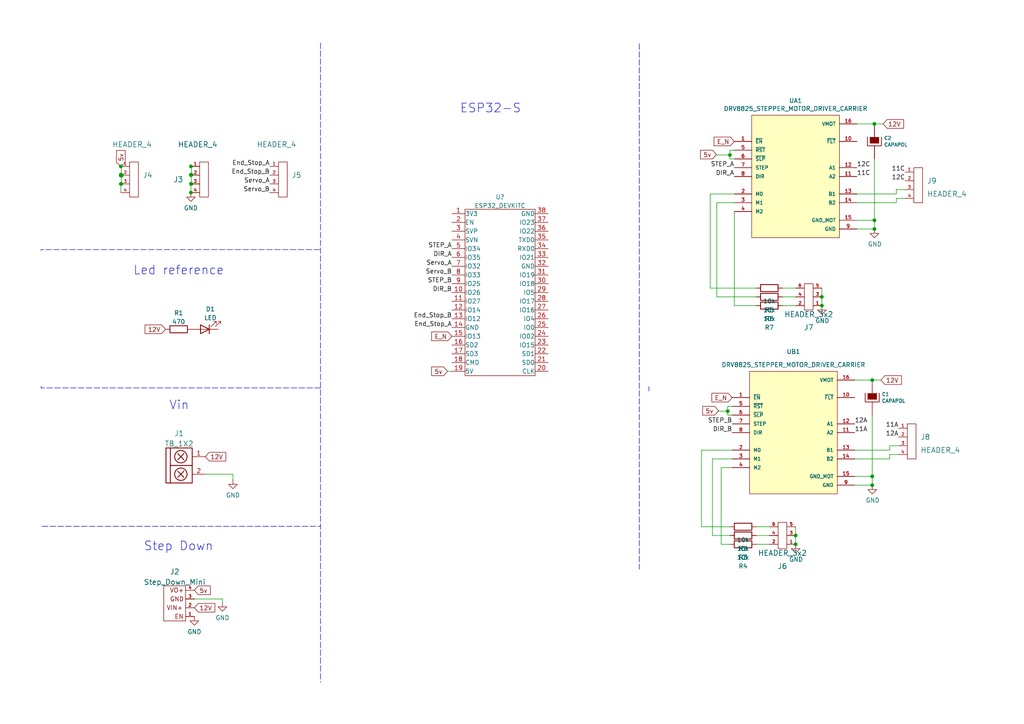
<source format=kicad_sch>
(kicad_sch (version 20211123) (generator eeschema)
  (paper "A4")
  (lib_symbols
    (symbol "DRV8825_STEPPER_MOTOR_DRIVER_CARRIER:DRV8825_STEPPER_MOTOR_DRIVER_CARRIER" (pin_names (offset 1.016))
      (property "Reference" "U" (at -12.7 18.542 0))
      (property "Value" "DRV8825_STEPPER_MOTOR_DRIVER_CARRIER" (at -12.7 -20.32 0))
      (symbol "DRV8825_STEPPER_MOTOR_DRIVER_CARRIER_0_0"
        (rectangle (start -12.7 -17.78) (end 12.7 17.78) (stroke (width 0.1524)) (fill (type background)))
        (pin input line (at -17.78 10.16 0) (length 5.08) (name "~{EN}") (number "1"))
        (pin output line (at 17.78 10.16 180) (length 5.08) (name "~{FLT}") (number "10"))
        (pin output line (at 17.78 0 180) (length 5.08) (name "A2") (number "11"))
        (pin output line (at 17.78 2.54 180) (length 5.08) (name "A1") (number "12"))
        (pin output line (at 17.78 -5.08 180) (length 5.08) (name "B1") (number "13"))
        (pin output line (at 17.78 -7.62 180) (length 5.08) (name "B2") (number "14"))
        (pin power_in line (at 17.78 -12.7 180) (length 5.08) (name "GND_MOT") (number "15"))
        (pin power_in line (at 17.78 15.24 180) (length 5.08) (name "VMOT") (number "16"))
        (pin input line (at -17.78 -5.08 0) (length 5.08) (name "M0") (number "2"))
        (pin input line (at -17.78 -7.62 0) (length 5.08) (name "M1") (number "3"))
        (pin input line (at -17.78 -10.16 0) (length 5.08) (name "M2") (number "4"))
        (pin input line (at -17.78 7.62 0) (length 5.08) (name "~{RST}") (number "5"))
        (pin input line (at -17.78 5.08 0) (length 5.08) (name "~{SLP}") (number "6"))
        (pin input line (at -17.78 2.54 0) (length 5.08) (name "STEP") (number "7"))
        (pin input line (at -17.78 0 0) (length 5.08) (name "DIR") (number "8"))
        (pin power_in line (at 17.78 -15.24 180) (length 5.08) (name "GND") (number "9"))
      )
    )
    (symbol "Device:LED" (pin_numbers hide) (pin_names (offset 1.016) hide)
      (property "Reference" "D" (at 0 2.54 0))
      (property "Value" "LED" (at 0 -2.54 0))
      (symbol "LED_0_1"
        (polyline (pts (xy -1.27 -1.27) (xy -1.27 1.27)) (stroke (width 0.254)))
        (polyline (pts (xy -1.27 0) (xy 1.27 0)))
        (polyline (pts (xy 1.27 -1.27) (xy 1.27 1.27) (xy -1.27 0) (xy 1.27 -1.27)) (stroke (width 0.254)))
        (polyline (pts (xy -3.048 -0.762) (xy -4.572 -2.286) (xy -3.81 -2.286) (xy -4.572 -2.286) (xy -4.572 -1.524)))
        (polyline (pts (xy -1.778 -0.762) (xy -3.302 -2.286) (xy -2.54 -2.286) (xy -3.302 -2.286) (xy -3.302 -1.524)))
      )
      (symbol "LED_1_1"
        (pin passive line (at -3.81 0 0) (length 2.54) (name "K") (number "1"))
        (pin passive line (at 3.81 0 180) (length 2.54) (name "A") (number "2"))
      )
    )
    (symbol "Device:R" (pin_numbers hide) (pin_names (offset 0))
      (property "Reference" "R" (at 2.032 0 90))
      (property "Value" "R" (at 0 0 90))
      (symbol "R_0_1"
        (rectangle (start -1.016 -2.54) (end 1.016 2.54) (stroke (width 0.254)))
      )
      (symbol "R_1_1"
        (pin passive line (at 0 3.81 270) (length 1.27) (name "~") (number "1"))
        (pin passive line (at 0 -3.81 90) (length 1.27) (name "~") (number "2"))
      )
    )
    (symbol "EESTN5:CAPAPOL" (pin_numbers hide) (pin_names (offset 0.254) hide)
      (property "Reference" "C" (at 1.27 2.54 0))
      (property "Value" "CAPAPOL" (at 1.27 -2.54 0))
      (symbol "CAPAPOL_0_1"
        (polyline (pts (xy -2.032 1.27) (xy -2.032 -1.27) (xy 2.032 -1.27) (xy 2.032 1.27)) (stroke (width 0.2032)))
        (polyline (pts (xy -1.27 1.27) (xy -1.27 -0.508) (xy 1.27 -0.508) (xy 1.27 1.27)) (fill (type outline)))
      )
      (symbol "CAPAPOL_1_1"
        (pin passive line (at 0 5.08 270) (length 3.81) (name "~") (number "1"))
        (pin passive line (at 0 -5.08 90) (length 3.81) (name "~") (number "2"))
      )
    )
    (symbol "EESTN5:ESP32_DEVKITC" (pin_names (offset 0.0254))
      (property "Reference" "U" (at 0 25.4 0))
      (property "Value" "ESP32_DEVKITC" (at 0 -25.4 0))
      (symbol "ESP32_DEVKITC_0_1"
        (rectangle (start -10.16 24.13) (end 10.16 -24.13))
      )
      (symbol "ESP32_DEVKITC_1_1"
        (pin passive line (at -13.97 22.86 0) (length 3.81) (name "3V3") (number "1"))
        (pin passive line (at -13.97 0 0) (length 3.81) (name "IO26") (number "10"))
        (pin passive line (at -13.97 -2.54 0) (length 3.81) (name "IO27") (number "11"))
        (pin passive line (at -13.97 -5.08 0) (length 3.81) (name "IO14") (number "12"))
        (pin passive line (at -13.97 -7.62 0) (length 3.81) (name "IO12") (number "13"))
        (pin passive line (at -13.97 -10.16 0) (length 3.81) (name "GND") (number "14"))
        (pin passive line (at -13.97 -12.7 0) (length 3.81) (name "IO13") (number "15"))
        (pin passive line (at -13.97 -15.24 0) (length 3.81) (name "SD2") (number "16"))
        (pin passive line (at -13.97 -17.78 0) (length 3.81) (name "SD3") (number "17"))
        (pin passive line (at -13.97 -20.32 0) (length 3.81) (name "CMD") (number "18"))
        (pin passive line (at -13.97 -22.86 0) (length 3.81) (name "5V") (number "19"))
        (pin passive line (at -13.97 20.32 0) (length 3.81) (name "EN") (number "2"))
        (pin passive line (at 13.97 -22.86 180) (length 3.81) (name "CLK") (number "20"))
        (pin passive line (at 13.97 -20.32 180) (length 3.81) (name "SD0") (number "21"))
        (pin passive line (at 13.97 -17.78 180) (length 3.81) (name "SD1") (number "22"))
        (pin passive line (at 13.97 -15.24 180) (length 3.81) (name "IO15") (number "23"))
        (pin passive line (at 13.97 -12.7 180) (length 3.81) (name "IO02") (number "24"))
        (pin passive line (at 13.97 -10.16 180) (length 3.81) (name "IO0") (number "25"))
        (pin passive line (at 13.97 -7.62 180) (length 3.81) (name "IO4") (number "26"))
        (pin passive line (at 13.97 -5.08 180) (length 3.81) (name "IO16") (number "27"))
        (pin passive line (at 13.97 -2.54 180) (length 3.81) (name "IO17") (number "28"))
        (pin passive line (at 13.97 0 180) (length 3.81) (name "IO5") (number "29"))
        (pin passive line (at -13.97 17.78 0) (length 3.81) (name "SVP") (number "3"))
        (pin passive line (at 13.97 2.54 180) (length 3.81) (name "IO18") (number "30"))
        (pin passive line (at 13.97 5.08 180) (length 3.81) (name "IO19") (number "31"))
        (pin passive line (at 13.97 7.62 180) (length 3.81) (name "GND") (number "32"))
        (pin passive line (at 13.97 10.16 180) (length 3.81) (name "IO21") (number "33"))
        (pin passive line (at 13.97 12.7 180) (length 3.81) (name "RXD0") (number "34"))
        (pin passive line (at 13.97 15.24 180) (length 3.81) (name "TXD0") (number "35"))
        (pin passive line (at 13.97 17.78 180) (length 3.81) (name "IO22") (number "36"))
        (pin passive line (at 13.97 20.32 180) (length 3.81) (name "IO23") (number "37"))
        (pin passive line (at 13.97 22.86 180) (length 3.81) (name "GND") (number "38"))
        (pin passive line (at -13.97 15.24 0) (length 3.81) (name "SVN") (number "4"))
        (pin passive line (at -13.97 12.7 0) (length 3.81) (name "IO34") (number "5"))
        (pin passive line (at -13.97 10.16 0) (length 3.81) (name "IO35") (number "6"))
        (pin passive line (at -13.97 7.62 0) (length 3.81) (name "IO32") (number "7"))
        (pin passive line (at -13.97 5.08 0) (length 3.81) (name "IO33") (number "8"))
        (pin passive line (at -13.97 2.54 0) (length 3.81) (name "IO25") (number "9"))
      )
    )
    (symbol "EESTN5:HEADER_3x2" (pin_names (offset 0))
      (property "Reference" "J" (at 0 5.08 0))
      (property "Value" "HEADER_3x2" (at 0 -5.08 0))
      (symbol "HEADER_3x2_0_1"
        (rectangle (start 1.27 3.81) (end -1.27 -3.81))
      )
      (symbol "HEADER_3x2_1_1"
        (pin passive line (at -3.81 2.54 0) (length 2.54) (name "~") (number "1"))
        (pin passive line (at 3.81 2.54 180) (length 2.54) (name "~") (number "2"))
        (pin passive line (at -3.81 0 0) (length 2.54) (name "~") (number "3"))
        (pin passive line (at 3.81 0 180) (length 2.54) (name "~") (number "4"))
        (pin passive line (at -3.81 -2.54 0) (length 2.54) (name "~") (number "5"))
        (pin passive line (at 3.81 -2.54 180) (length 2.54) (name "~") (number "6"))
      )
    )
    (symbol "EESTN5:HEADER_4" (pin_names (offset 0))
      (property "Reference" "J" (at 0 6.35 0))
      (property "Value" "HEADER_4" (at 0 -6.35 0))
      (symbol "HEADER_4_0_1"
        (rectangle (start 2.54 5.08) (end 0 -5.08))
      )
      (symbol "HEADER_4_1_1"
        (pin passive line (at -2.54 3.81 0) (length 2.54) (name "~") (number "1"))
        (pin passive line (at -2.54 1.27 0) (length 2.54) (name "~") (number "2"))
        (pin passive line (at -2.54 -1.27 0) (length 2.54) (name "~") (number "3"))
        (pin passive line (at -2.54 -3.81 0) (length 2.54) (name "~") (number "4"))
      )
    )
    (symbol "EESTN5:Step_Down_Mini" (pin_names (offset 0))
      (property "Reference" "J" (at 0 6.35 0))
      (property "Value" "Step_Down_Mini" (at 0 -6.35 0))
      (symbol "Step_Down_Mini_0_0"
        (text "EN" (at 1.905 3.81 0) (effects (font (size 1.27 1.27))))
        (text "GND" (at 2.54 -1.27 0) (effects (font (size 1.27 1.27))))
        (text "VIN+" (at 3.175 1.27 0) (effects (font (size 1.27 1.27))))
        (text "VO+" (at 2.54 -3.81 0) (effects (font (size 1.27 1.27))))
      )
      (symbol "Step_Down_Mini_0_1"
        (rectangle (start 6.35 5.08) (end 0 -5.08))
      )
      (symbol "Step_Down_Mini_1_1"
        (pin passive line (at -2.54 3.81 0) (length 2.54) (name "~") (number "1"))
        (pin passive line (at -2.54 1.27 0) (length 2.54) (name "~") (number "2"))
        (pin passive line (at -2.54 -1.27 0) (length 2.54) (name "~") (number "3"))
        (pin passive line (at -2.54 -3.81 0) (length 2.54) (name "~") (number "4"))
      )
    )
    (symbol "EESTN5:TB_1X2" (pin_names (offset 1.016))
      (property "Reference" "J" (at 0 7.62 0))
      (property "Value" "TB_1X2" (at 1.27 -7.62 0))
      (symbol "TB_1X2_0_1"
        (rectangle (start -2.54 5.08) (end 5.08 -5.08) (stroke (width 0.254)))
        (polyline (pts (xy -1.27 0) (xy 5.08 0)) (stroke (width 0.254)))
        (polyline (pts (xy -1.27 5.08) (xy -1.27 -5.08)) (stroke (width 0.254)))
        (polyline (pts (xy 0.889 -3.429) (xy 2.667 -1.651)) (stroke (width 0.254)))
        (polyline (pts (xy 0.889 -1.651) (xy 2.667 -3.429)) (stroke (width 0.254)))
        (polyline (pts (xy 0.889 1.651) (xy 2.667 3.429)) (stroke (width 0.254)))
        (polyline (pts (xy 0.889 3.429) (xy 2.667 1.651)) (stroke (width 0.254)))
        (circle (center 1.778 -2.54) (radius 1.8034) (stroke (width 0.254)))
        (circle (center 1.778 2.54) (radius 1.8034) (stroke (width 0.254)))
      )
      (symbol "TB_1X2_1_1"
        (pin input line (at 8.89 2.54 180) (length 3.81) (name "~") (number "1"))
        (pin input line (at 8.89 -2.54 180) (length 3.81) (name "~") (number "2"))
      )
    )
    (symbol "power:GND" (power) (pin_names (offset 0))
      (property "Value" "GND" (at 0 -3.81 0))
      (symbol "GND_0_1"
        (polyline (pts (xy 0 0) (xy 0 -1.27) (xy 1.27 -1.27) (xy 0 -2.54) (xy -1.27 -1.27) (xy 0 -1.27)))
      )
      (symbol "GND_1_1"
        (pin power_in line (at 0 0 270) (length 0) hide (name "GND") (number "1"))
      )
    )
  )
  (junction (at 253.619 63.881))
  (junction (at 55.499 50.673))
  (junction (at 211.074 119.253))
  (junction (at 238.379 86.106))
  (junction (at 55.499 53.34))
  (junction (at 238.379 88.646))
  (junction (at 230.759 155.321))
  (junction (at 35.306 50.927))
  (junction (at 35.052 50.927))
  (junction (at 230.759 157.861))
  (junction (at 252.984 138.176))
  (junction (at 253.619 35.941))
  (junction (at 55.372 50.8))
  (junction (at 35.179 50.927))
  (junction (at 35.052 50.673))
  (junction (at 252.984 140.716))
  (junction (at 35.306 50.8))
  (junction (at 252.984 110.236))
  (junction (at 55.372 53.34))
  (junction (at 35.052 50.8))
  (junction (at 55.372 50.673))
  (junction (at 35.052 48.26))
  (junction (at 55.372 48.26))
  (junction (at 55.372 55.88))
  (junction (at 35.179 53.34))
  (junction (at 253.619 66.421))
  (junction (at 35.052 53.34))
  (junction (at 211.709 44.958))
  (wire (pts (xy 67.564 137.541) (xy 67.564 139.192)))
  (wire (pts (xy 212.979 56.261) (xy 205.994 56.261)))
  (wire (pts (xy 35.052 50.8) (xy 35.306 50.8)))
  (wire (pts (xy 247.904 140.716) (xy 252.984 140.716)))
  (wire (pts (xy 206.629 155.321) (xy 206.629 133.096)))
  (wire (pts (xy 238.379 88.646) (xy 238.379 86.106)))
  (wire (pts (xy 212.979 88.646) (xy 212.979 61.341)))
  (polyline (pts (xy 92.964 12.446) (xy 92.964 197.866)))
  (wire (pts (xy 230.759 86.106) (xy 226.949 86.106)))
  (wire (pts (xy 35.052 53.34) (xy 35.179 53.34)))
  (wire (pts (xy 55.499 50.673) (xy 55.499 48.26)))
  (wire (pts (xy 35.179 50.927) (xy 35.306 50.927)))
  (wire (pts (xy 212.979 43.561) (xy 211.709 43.561)))
  (wire (pts (xy 219.329 86.106) (xy 207.899 86.106)))
  (wire (pts (xy 223.139 157.861) (xy 219.329 157.861)))
  (wire (pts (xy 35.052 50.8) (xy 35.052 50.927)))
  (wire (pts (xy 205.994 83.566) (xy 219.329 83.566)))
  (wire (pts (xy 206.629 133.096) (xy 212.344 133.096)))
  (wire (pts (xy 230.759 155.321) (xy 230.759 152.781)))
  (wire (pts (xy 248.539 56.261) (xy 259.969 56.261)))
  (wire (pts (xy 258.064 129.286) (xy 260.604 129.286)))
  (wire (pts (xy 55.372 50.673) (xy 55.372 50.8)))
  (wire (pts (xy 209.169 135.636) (xy 212.344 135.636)))
  (wire (pts (xy 211.709 157.861) (xy 209.169 157.861)))
  (wire (pts (xy 259.969 56.261) (xy 259.969 54.991)))
  (wire (pts (xy 55.372 53.34) (xy 55.372 55.88)))
  (wire (pts (xy 248.539 66.421) (xy 253.619 66.421)))
  (wire (pts (xy 64.516 173.736) (xy 64.516 174.752)))
  (wire (pts (xy 248.539 58.801) (xy 259.969 58.801)))
  (wire (pts (xy 247.904 130.556) (xy 258.064 130.556)))
  (wire (pts (xy 206.629 155.321) (xy 211.709 155.321)))
  (wire (pts (xy 35.179 48.26) (xy 35.179 50.927)))
  (wire (pts (xy 248.539 35.941) (xy 253.619 35.941)))
  (wire (pts (xy 247.904 133.096) (xy 258.064 133.096)))
  (wire (pts (xy 205.994 56.261) (xy 205.994 83.566)))
  (wire (pts (xy 203.454 152.781) (xy 211.709 152.781)))
  (wire (pts (xy 259.969 57.531) (xy 262.509 57.531)))
  (wire (pts (xy 258.064 133.096) (xy 258.064 131.826)))
  (polyline (pts (xy 12.192 152.654) (xy 92.964 152.654)))
  (wire (pts (xy 56.388 173.736) (xy 64.516 173.736)))
  (wire (pts (xy 230.759 88.646) (xy 226.949 88.646)))
  (wire (pts (xy 212.344 117.856) (xy 211.074 117.856)))
  (wire (pts (xy 252.984 110.236) (xy 255.524 110.236)))
  (wire (pts (xy 35.179 50.927) (xy 35.179 53.34)))
  (wire (pts (xy 211.074 117.856) (xy 211.074 119.253)))
  (wire (pts (xy 230.759 157.861) (xy 230.759 155.321)))
  (polyline (pts (xy 11.938 112.014) (xy 11.938 112.522)))
  (wire (pts (xy 259.969 54.991) (xy 262.509 54.991)))
  (wire (pts (xy 253.619 63.881) (xy 253.619 66.421)))
  (wire (pts (xy 223.139 155.321) (xy 219.329 155.321)))
  (wire (pts (xy 259.969 58.801) (xy 259.969 57.531)))
  (wire (pts (xy 211.709 44.958) (xy 207.772 44.958)))
  (polyline (pts (xy 92.71 72.39) (xy 11.938 72.39)))
  (wire (pts (xy 207.772 44.831) (xy 207.772 44.958)))
  (wire (pts (xy 248.539 63.881) (xy 253.619 63.881)))
  (wire (pts (xy 253.619 35.941) (xy 256.159 35.941)))
  (wire (pts (xy 55.499 50.673) (xy 55.372 50.673)))
  (wire (pts (xy 258.064 130.556) (xy 258.064 129.286)))
  (wire (pts (xy 203.454 130.556) (xy 203.454 152.781)))
  (wire (pts (xy 55.499 48.26) (xy 55.372 48.26)))
  (wire (pts (xy 35.306 50.927) (xy 35.306 50.8)))
  (polyline (pts (xy 188.214 113.411) (xy 188.214 112.141)))
  (wire (pts (xy 247.904 138.176) (xy 252.984 138.176)))
  (wire (pts (xy 211.709 43.561) (xy 211.709 44.958)))
  (wire (pts (xy 238.379 86.106) (xy 238.379 83.566)))
  (wire (pts (xy 223.139 152.781) (xy 219.329 152.781)))
  (wire (pts (xy 212.344 130.556) (xy 203.454 130.556)))
  (wire (pts (xy 252.984 138.176) (xy 252.984 140.716)))
  (wire (pts (xy 230.759 83.566) (xy 226.949 83.566)))
  (polyline (pts (xy 185.42 12.7) (xy 185.42 165.1)))
  (wire (pts (xy 247.904 110.236) (xy 252.984 110.236)))
  (wire (pts (xy 35.052 53.34) (xy 35.052 55.88)))
  (wire (pts (xy 209.169 157.861) (xy 209.169 135.636)))
  (wire (pts (xy 211.709 44.958) (xy 211.709 46.101)))
  (wire (pts (xy 219.329 88.646) (xy 212.979 88.646)))
  (wire (pts (xy 211.074 119.253) (xy 211.074 120.396)))
  (wire (pts (xy 59.563 137.541) (xy 67.564 137.541)))
  (wire (pts (xy 211.709 46.101) (xy 212.979 46.101)))
  (wire (pts (xy 252.984 120.396) (xy 252.984 138.176)))
  (wire (pts (xy 35.052 50.673) (xy 35.052 50.8)))
  (wire (pts (xy 55.499 50.673) (xy 55.499 53.34)))
  (wire (pts (xy 258.064 131.826) (xy 260.604 131.826)))
  (wire (pts (xy 211.074 120.396) (xy 212.344 120.396)))
  (wire (pts (xy 207.899 58.801) (xy 212.979 58.801)))
  (wire (pts (xy 253.619 46.101) (xy 253.619 63.881)))
  (polyline (pts (xy 92.964 112.522) (xy 11.938 112.522)))
  (wire (pts (xy 35.052 50.927) (xy 35.179 50.927)))
  (polyline (pts (xy 11.938 72.39) (xy 11.938 72.644)))
  (wire (pts (xy 211.074 119.253) (xy 208.407 119.253)))
  (wire (pts (xy 207.899 86.106) (xy 207.899 58.801)))
  (wire (pts (xy 208.407 119.126) (xy 208.407 119.253)))
  (wire (pts (xy 129.794 107.696) (xy 131.064 107.696)))
  (text "Step Down" (at 41.656 160.02 0) (effects (font (size 2.54 2.54)) (justify left bottom)))
  (text "ESP32-S" (at 133.35 33.02 0) (effects (font (size 2.54 2.54)) (justify left bottom)))
  (text "Led reference" (at 38.608 80.01 0) (effects (font (size 2.54 2.54)) (justify left bottom)))
  (text "Vin" (at 49.022 119.126 0) (effects (font (size 2.54 2.54)) (justify left bottom)))
  (label "12C" (at 248.539 48.641 0))
  (label "End_Stop_A" (at 131.064 94.996 180))
  (label "Servo_B" (at 131.064 79.756 180))
  (label "STEP_A" (at 131.064 72.136 180))
  (label "DIR_A" (at 131.064 74.676 180))
  (label "DIR_B" (at 212.344 125.476 180))
  (label "11A" (at 247.904 125.476 0))
  (label "STEP_B" (at 131.064 82.296 180))
  (label "End_Stop_B" (at 78.232 50.8 180))
  (label "STEP_A" (at 212.979 48.641 180))
  (label "12C" (at 262.509 52.451 180))
  (label "Servo_B" (at 78.232 55.88 180))
  (label "End_Stop_B" (at 131.064 92.456 180))
  (label "11C" (at 262.509 49.911 180))
  (label "Servo_A" (at 131.064 77.216 180))
  (label "11A" (at 260.604 124.206 180))
  (label "DIR_B" (at 131.064 84.836 180))
  (label "12A" (at 260.604 126.746 180))
  (label "Servo_A" (at 78.232 53.34 180))
  (label "11C" (at 248.539 51.181 0))
  (label "12A" (at 247.904 122.936 0))
  (label "DIR_A" (at 212.979 51.181 180))
  (label "STEP_B" (at 212.344 122.936 180))
  (label "End_Stop_A" (at 78.232 48.26 180))
  (global_label "12V" (shape input) (at 255.524 110.236 0) (property "Intersheet References" "${INTERSHEET_REFS}" (effects hide)))
  (global_label "5v" (shape input) (at 35.052 48.26 90) (property "Intersheet References" "${INTERSHEET_REFS}" (effects hide)))
  (global_label "5v" (shape input) (at 56.388 171.196 0) (property "Intersheet References" "${INTERSHEET_REFS}" (effects hide)))
  (global_label "12V" (shape input) (at 48.006 95.504 180) (property "Intersheet References" "${INTERSHEET_REFS}" (effects hide)))
  (global_label "12V" (shape input) (at 256.159 35.941 0) (property "Intersheet References" "${INTERSHEET_REFS}" (effects hide)))
  (global_label "E_N" (shape input) (at 212.979 41.021 180) (property "Intersheet References" "${INTERSHEET_REFS}" (effects hide)))
  (global_label "E_N" (shape input) (at 212.344 115.316 180) (property "Intersheet References" "${INTERSHEET_REFS}" (effects hide)))
  (global_label "12V" (shape input) (at 59.563 132.461 0) (property "Intersheet References" "${INTERSHEET_REFS}" (effects hide)))
  (global_label "5v" (shape input) (at 208.407 119.126 180) (property "Intersheet References" "${INTERSHEET_REFS}" (effects hide)))
  (global_label "E_N" (shape input) (at 131.064 97.536 180) (property "Intersheet References" "${INTERSHEET_REFS}" (effects hide)))
  (global_label "5v" (shape input) (at 207.772 44.831 180) (property "Intersheet References" "${INTERSHEET_REFS}" (effects hide)))
  (global_label "5v" (shape input) (at 129.794 107.696 180) (property "Intersheet References" "${INTERSHEET_REFS}" (effects hide)))
  (global_label "12V" (shape input) (at 56.388 176.276 0) (property "Intersheet References" "${INTERSHEET_REFS}" (effects hide)))
  (symbol (lib_id "power:GND") (at 56.388 178.816 0) (unit 1)
    (property "Reference" "#PWR0105" (effects hide))
    (property "Value" "GND" (at 56.388 183.2594 0))
  )
  (symbol (lib_id "Device:R") (at 223.139 83.566 270) (unit 1)
    (property "Reference" "R5" (at 223.139 89.916 90))
    (property "Value" "10k" (at 223.139 87.376 90))
    (property "Footprint" "EESTN5:R_0805" (effects hide))
  )
  (symbol (lib_id "power:GND") (at 253.619 66.421 0) (unit 1)
    (property "Reference" "#PWR0101" (effects hide))
    (property "Value" "GND" (at 253.746 70.8152 0))
  )
  (symbol (lib_id "power:GND") (at 55.372 55.88 0) (unit 1)
    (property "Reference" "#PWR0104" (effects hide))
    (property "Value" "GND" (at 55.372 60.3234 0))
  )
  (symbol (lib_id "EESTN5:HEADER_3x2") (at 226.949 155.321 180) (unit 1)
    (property "Reference" "J6" (at 226.949 164.211 0) (effects (font (size 1.524 1.524))))
    (property "Value" "HEADER_3x2" (at 226.949 160.401 0) (effects (font (size 1.524 1.524))))
    (property "Footprint" "Connector_PinHeader_2.54mm:PinHeader_2x03_P2.54mm_Vertical" (effects hide))
  )
  (symbol (lib_id "power:GND") (at 238.379 88.646 0) (unit 1)
    (property "Reference" "#PWR0102" (effects hide))
    (property "Value" "GND" (at 238.506 93.0402 0))
  )
  (symbol (lib_id "Device:R") (at 215.519 157.861 270) (unit 1)
    (property "Reference" "R4" (at 215.519 164.211 90))
    (property "Value" "10k" (at 215.519 161.671 90))
    (property "Footprint" "EESTN5:R_0805" (effects hide))
  )
  (symbol (lib_id "EESTN5:HEADER_4") (at 265.049 53.721 0) (unit 1)
    (property "Reference" "J9" (at 268.859 52.451 0) (effects (font (size 1.524 1.524)) (justify left)))
    (property "Value" "HEADER_4" (at 268.859 56.261 0) (effects (font (size 1.524 1.524)) (justify left)))
    (property "Footprint" "EESTN5:pin_strip_4" (effects hide))
  )
  (symbol (lib_id "EESTN5:ESP32_DEVKITC") (at 145.034 84.836 0) (unit 1)
    (property "Reference" "U?" (at 145.034 57.1332 0))
    (property "Value" "ESP32_DEVKITC" (at 145.034 59.6701 0))
  )
  (symbol (lib_id "power:GND") (at 67.564 139.192 0) (unit 1)
    (property "Reference" "#PWR0106" (effects hide))
    (property "Value" "GND" (at 67.564 143.6354 0))
  )
  (symbol (lib_id "EESTN5:HEADER_3x2") (at 234.569 86.106 180) (unit 1)
    (property "Reference" "J7" (at 234.569 94.996 0) (effects (font (size 1.524 1.524))))
    (property "Value" "HEADER_3x2" (at 234.569 91.186 0) (effects (font (size 1.524 1.524))))
    (property "Footprint" "Connector_PinHeader_2.54mm:PinHeader_2x03_P2.54mm_Vertical" (effects hide))
  )
  (symbol (lib_id "EESTN5:Step_Down_Mini") (at 53.848 175.006 180) (unit 1)
    (property "Reference" "J2" (at 50.673 165.8419 0) (effects (font (size 1.524 1.524))))
    (property "Value" "Step_Down_Mini" (at 50.673 168.8353 0) (effects (font (size 1.524 1.524))))
    (property "Footprint" "lx:XL4005_DC-DC" (effects hide))
  )
  (symbol (lib_id "Device:R") (at 215.519 155.321 270) (unit 1)
    (property "Reference" "R3" (at 215.519 161.671 90))
    (property "Value" "10k" (at 215.519 159.131 90))
    (property "Footprint" "EESTN5:R_0805" (effects hide))
  )
  (symbol (lib_id "Device:R") (at 223.139 86.106 270) (unit 1)
    (property "Reference" "R6" (at 223.139 92.456 90))
    (property "Value" "10k" (at 223.139 89.916 90))
    (property "Footprint" "EESTN5:R_0805" (effects hide))
  )
  (symbol (lib_id "power:GND") (at 230.759 157.861 0) (unit 1)
    (property "Reference" "#PWR0108" (effects hide))
    (property "Value" "GND" (at 230.886 162.2552 0))
  )
  (symbol (lib_id "DRV8825_STEPPER_MOTOR_DRIVER_CARRIER:DRV8825_STEPPER_MOTOR_DRIVER_CARRIER") (at 230.759 51.181 0) (unit 1)
    (property "Reference" "UA1" (at 230.759 29.21 0))
    (property "Value" "DRV8825_STEPPER_MOTOR_DRIVER_CARRIER" (at 230.759 31.5214 0))
    (property "Footprint" "STEPPERDRIVERS:IC_DRV8825_STEPPER_MOTOR_DRIVER_CARRIER" (effects hide))
    (property "MP" "DRV8825 STEPPER MOTOR DRIVER CARRIER" (effects hide))
    (property "PACKAGE" "None" (effects hide))
    (property "PRICE" "None" (effects hide))
    (property "AVAILABILITY" "Unavailable" (effects hide))
    (property "MF" "Pololu" (effects hide))
    (property "DESCRIPTION" "Stepper motor controler; IC: DRV8825; 1.5A; Uin mot: 8.2÷45V" (effects hide))
  )
  (symbol (lib_id "EESTN5:HEADER_4") (at 37.592 52.07 0) (unit 1)
    (property "Reference" "J4" (at 41.402 50.8 0) (effects (font (size 1.524 1.524)) (justify left)))
    (property "Value" "HEADER_4" (at 32.512 41.91 0) (effects (font (size 1.524 1.524)) (justify left)))
    (property "Footprint" "EESTN5:pin_strip_4" (effects hide))
  )
  (symbol (lib_id "EESTN5:CAPAPOL") (at 252.984 115.316 0) (unit 1)
    (property "Reference" "C1" (at 255.7526 114.3508 0) (effects (font (size 1.016 1.016)) (justify left)))
    (property "Value" "CAPAPOL" (at 255.7526 116.2812 0) (effects (font (size 1.016 1.016)) (justify left)))
    (property "Footprint" "EESTN5:CAP_ELEC_5x11mm" (effects hide))
  )
  (symbol (lib_id "EESTN5:TB_1X2") (at 50.673 135.001 0) (unit 1)
    (property "Reference" "J1" (at 51.943 125.7099 0) (effects (font (size 1.524 1.524))))
    (property "Value" "TB_1X2" (at 51.943 128.7033 0) (effects (font (size 1.524 1.524))))
    (property "Footprint" "EESTN5:BORNERA2_AZUL" (effects hide))
  )
  (symbol (lib_id "EESTN5:HEADER_4") (at 57.912 52.07 0) (unit 1)
    (property "Reference" "J3" (at 50.292 52.07 0) (effects (font (size 1.524 1.524)) (justify left)))
    (property "Value" "HEADER_4" (at 51.562 41.91 0) (effects (font (size 1.524 1.524)) (justify left)))
    (property "Footprint" "EESTN5:pin_strip_4" (effects hide))
  )
  (symbol (lib_id "EESTN5:CAPAPOL") (at 253.619 41.021 0) (unit 1)
    (property "Reference" "C2" (at 256.3876 40.0558 0) (effects (font (size 1.016 1.016)) (justify left)))
    (property "Value" "CAPAPOL" (at 256.3876 41.9862 0) (effects (font (size 1.016 1.016)) (justify left)))
    (property "Footprint" "EESTN5:CAP_ELEC_5x11mm" (effects hide))
  )
  (symbol (lib_id "Device:R") (at 223.139 88.646 270) (unit 1)
    (property "Reference" "R7" (at 223.139 94.996 90))
    (property "Value" "10k" (at 223.139 92.456 90))
    (property "Footprint" "EESTN5:R_0805" (effects hide))
  )
  (symbol (lib_id "power:GND") (at 64.516 174.752 0) (unit 1)
    (property "Reference" "#PWR0107" (effects hide))
    (property "Value" "GND" (at 64.516 179.1954 0))
  )
  (symbol (lib_id "power:GND") (at 252.984 140.716 0) (unit 1)
    (property "Reference" "#PWR0103" (effects hide))
    (property "Value" "GND" (at 253.111 145.1102 0))
  )
  (symbol (lib_id "DRV8825_STEPPER_MOTOR_DRIVER_CARRIER:DRV8825_STEPPER_MOTOR_DRIVER_CARRIER") (at 230.124 125.476 0) (unit 1)
    (property "Reference" "UB1" (at 230.124 101.981 0))
    (property "Value" "DRV8825_STEPPER_MOTOR_DRIVER_CARRIER" (at 230.124 105.8164 0))
    (property "Footprint" "STEPPERDRIVERS:IC_DRV8825_STEPPER_MOTOR_DRIVER_CARRIER" (effects hide))
    (property "MP" "DRV8825 STEPPER MOTOR DRIVER CARRIER" (effects hide))
    (property "PACKAGE" "None" (effects hide))
    (property "PRICE" "None" (effects hide))
    (property "AVAILABILITY" "Unavailable" (effects hide))
    (property "MF" "Pololu" (effects hide))
    (property "DESCRIPTION" "Stepper motor controler; IC: DRV8825; 1.5A; Uin mot: 8.2÷45V" (effects hide))
  )
  (symbol (lib_id "Device:R") (at 215.519 152.781 270) (unit 1)
    (property "Reference" "R2" (at 215.519 159.131 90))
    (property "Value" "10k" (at 215.519 156.591 90))
    (property "Footprint" "EESTN5:R_0805" (effects hide))
  )
  (symbol (lib_id "EESTN5:HEADER_4") (at 263.144 128.016 0) (unit 1)
    (property "Reference" "J8" (at 266.954 126.746 0) (effects (font (size 1.524 1.524)) (justify left)))
    (property "Value" "HEADER_4" (at 266.954 130.556 0) (effects (font (size 1.524 1.524)) (justify left)))
    (property "Footprint" "EESTN5:pin_strip_4" (effects hide))
  )
  (symbol (lib_id "Device:R") (at 51.816 95.504 90) (unit 1)
    (property "Reference" "R1" (at 51.816 90.7882 90))
    (property "Value" "470" (at 51.816 93.3251 90))
    (property "Footprint" "EESTN5:R_0805" (effects hide))
  )
  (symbol (lib_id "Device:LED") (at 59.436 95.504 180) (unit 1)
    (property "Reference" "D1" (at 61.0235 89.6452 0))
    (property "Value" "LED" (at 61.0235 92.1821 0))
    (property "Footprint" "EESTN5:Led_0805" (effects hide))
  )
  (symbol (lib_id "EESTN5:HEADER_4") (at 80.772 52.07 0) (unit 1)
    (property "Reference" "J5" (at 84.582 50.8 0) (effects (font (size 1.524 1.524)) (justify left)))
    (property "Value" "HEADER_4" (at 74.422 41.91 0) (effects (font (size 1.524 1.524)) (justify left)))
    (property "Footprint" "EESTN5:pin_strip_4" (effects hide))
  )
)
</source>
